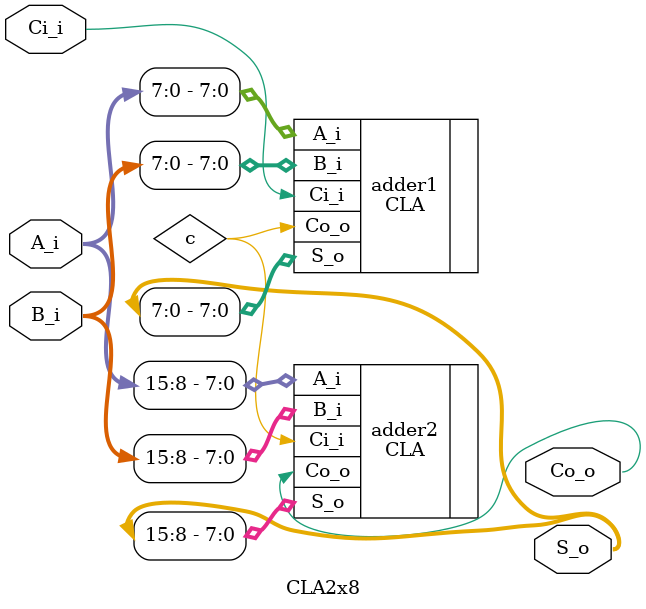
<source format=v>
module CLA2x8 (
    input  wire [15:0] A_i,
    input  wire [15:0] B_i,
    input  wire Ci_i,
    output wire Co_o,
    output wire [15:0] S_o
);

wire c;


CLA #(
   .WIDTH(8)
) adder1 (
    .A_i ( A_i[7:0] ),
    .B_i ( B_i[7:0] ),
    .Ci_i( Ci_i     ),
    .Co_o( c    ),
    .S_o ( S_o[7:0] )
);

CLA #(
   .WIDTH(8)
) adder2 (
    .A_i ( A_i[15:8] ),
    .B_i ( B_i[15:8] ),
    .Ci_i( c     ),
    .Co_o( Co_o     ),
    .S_o ( S_o[15:8] )
);


endmodule
</source>
